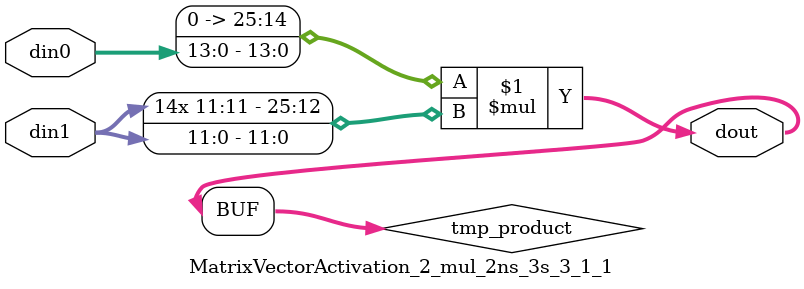
<source format=v>

`timescale 1 ns / 1 ps

  (* use_dsp = "no" *)  module MatrixVectorActivation_2_mul_2ns_3s_3_1_1(din0, din1, dout);
parameter ID = 1;
parameter NUM_STAGE = 0;
parameter din0_WIDTH = 14;
parameter din1_WIDTH = 12;
parameter dout_WIDTH = 26;

input [din0_WIDTH - 1 : 0] din0; 
input [din1_WIDTH - 1 : 0] din1; 
output [dout_WIDTH - 1 : 0] dout;

wire signed [dout_WIDTH - 1 : 0] tmp_product;











assign tmp_product = $signed({1'b0, din0}) * $signed(din1);










assign dout = tmp_product;







endmodule

</source>
